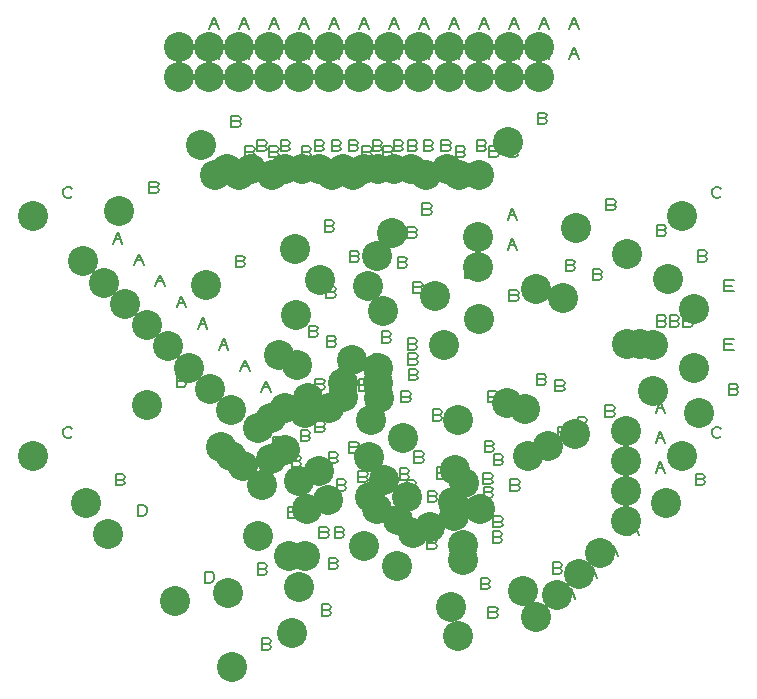
<source format=gbr>
%FSLAX25Y25*%
%MOIN*%
G04 EasyPC Gerber Version 18.0.8 Build 3632 *
%ADD11C,0.00500*%
%ADD10C,0.10000*%
X0Y0D02*
D02*
D10*
X13250Y81050D03*
Y161050D03*
X29901Y145799D03*
X30750Y65250D03*
X36972Y138728D03*
X38165Y55035D03*
X41950Y162750D03*
X44043Y131657D03*
X51115Y124585D03*
X51250Y98050D03*
X58185Y117515D03*
X60439Y32761D03*
X62050Y207450D03*
Y217450D03*
X65257Y110443D03*
X69350Y184650D03*
X70750Y138050D03*
X72050Y207450D03*
Y217450D03*
X72328Y103372D03*
X74050Y174550D03*
X76050Y84050D03*
X77950Y176550D03*
X78150Y35450D03*
X79350Y81050D03*
X79399Y96301D03*
X79488Y10512D03*
X82050Y174550D03*
Y207450D03*
Y217450D03*
X83350Y77550D03*
X85750Y176550D03*
X88150Y54350D03*
X88250Y90450D03*
X89550Y71450D03*
X92050Y207450D03*
Y217450D03*
X92550Y79950D03*
Y93650D03*
X92850Y174550D03*
X95150Y114750D03*
X97150Y176550D03*
X97350Y82950D03*
Y97050D03*
X98650Y47650D03*
X99550Y21850D03*
X100550Y149850D03*
X100950Y127850D03*
X101250Y111350D03*
X101750Y37350D03*
Y72550D03*
X102050Y207450D03*
Y217450D03*
X102850Y176550D03*
X103750Y95350D03*
X103850Y47650D03*
X104450Y63450D03*
X105050Y100250D03*
X108550Y176650D03*
X108650Y76050D03*
X108887Y139650D03*
X111650Y66250D03*
X111850Y96850D03*
X112050Y207450D03*
Y217450D03*
X113050Y174550D03*
X116450Y100750D03*
Y105350D03*
X116550Y176550D03*
X119550Y112850D03*
X120050Y174550D03*
X122050Y207450D03*
Y217450D03*
X123550Y50950D03*
Y176550D03*
X124750Y137750D03*
X125350Y80650D03*
X125550Y67150D03*
X126050Y92950D03*
X127850Y63250D03*
X128050Y147650D03*
X128150Y110450D03*
X128250Y176550D03*
X128350Y105450D03*
X128450Y100250D03*
X129950Y129350D03*
X130350Y72850D03*
X132050Y207450D03*
Y217450D03*
X133050Y155450D03*
X133450Y176550D03*
X134650Y44150D03*
X134750Y59650D03*
X136450Y86850D03*
X137850Y67450D03*
X139350Y176650D03*
X139850Y55150D03*
X142050Y207450D03*
Y217450D03*
X144250Y174550D03*
X145550Y57250D03*
X147150Y134450D03*
X150350Y117850D03*
X151250Y176550D03*
X152050Y207450D03*
Y217450D03*
X152450Y30550D03*
X153350Y65550D03*
X153450Y61050D03*
X153750Y76350D03*
X154950Y21050D03*
Y92950D03*
X155350Y174750D03*
X156450Y46150D03*
X156650Y51250D03*
X156850Y71950D03*
X161450Y143850D03*
Y153850D03*
X161750Y174550D03*
X161950Y126650D03*
X162050Y207450D03*
Y217450D03*
X162350Y63450D03*
X171250Y98650D03*
X171550Y185750D03*
X172050Y207450D03*
Y217450D03*
X176550Y35850D03*
X177350Y96550D03*
X178250Y81050D03*
X180850Y136750D03*
X180937Y27437D03*
X182050Y207450D03*
Y217450D03*
X184850Y84250D03*
X188008Y34508D03*
X189750Y133650D03*
X193950Y88150D03*
X194350Y156950D03*
X195079Y41579D03*
X202150Y48650D03*
X210750Y59450D03*
Y69450D03*
Y79450D03*
Y89450D03*
X211250Y118150D03*
Y148350D03*
X215550Y118150D03*
X219950Y102750D03*
X220050Y118050D03*
X224150Y65350D03*
X224750Y139850D03*
X229550Y81050D03*
Y161050D03*
X233650Y110350D03*
Y129950D03*
X235250Y95350D03*
D02*
D11*
X26375Y87613D02*
X26063Y87300D01*
X25437Y86987*
X24500*
X23875Y87300*
X23563Y87613*
X23250Y88237*
Y89487*
X23563Y90113*
X23875Y90425*
X24500Y90737*
X25437*
X26063Y90425*
X26375Y90113*
Y167613D02*
X26063Y167300D01*
X25437Y166987*
X24500*
X23875Y167300*
X23563Y167613*
X23250Y168237*
Y169487*
X23563Y170113*
X23875Y170425*
X24500Y170737*
X25437*
X26063Y170425*
X26375Y170113*
X39901Y151736D02*
X41464Y155486D01*
X43026Y151736*
X40526Y153299D02*
X42401D01*
X42937Y73063D02*
X43563Y72750D01*
X43875Y72125*
X43563Y71500*
X42937Y71187*
X40750*
Y74937*
X42937*
X43563Y74625*
X43875Y74000*
X43563Y73375*
X42937Y73063*
X40750*
X46972Y144665D02*
X48535Y148415D01*
X50098Y144665*
X47598Y146228D02*
X49472D01*
X48165Y60973D02*
Y64723D01*
X50040*
X50665Y64411*
X50977Y64098*
X51290Y63473*
Y62223*
X50977Y61598*
X50665Y61285*
X50040Y60973*
X48165*
X54137Y170563D02*
X54763Y170250D01*
X55075Y169625*
X54763Y169000*
X54137Y168687*
X51950*
Y172437*
X54137*
X54763Y172125*
X55075Y171500*
X54763Y170875*
X54137Y170563*
X51950*
X54043Y137594D02*
X55606Y141344D01*
X57169Y137594*
X54669Y139157D02*
X56543D01*
X61115Y130523D02*
X62677Y134273D01*
X64240Y130523*
X61740Y132085D02*
X63615D01*
X63437Y105863D02*
X64063Y105550D01*
X64375Y104925*
X64063Y104300*
X63437Y103987*
X61250*
Y107737*
X63437*
X64063Y107425*
X64375Y106800*
X64063Y106175*
X63437Y105863*
X61250*
X68185Y123452D02*
X69748Y127202D01*
X71311Y123452*
X68811Y125015D02*
X70685D01*
X70439Y38699D02*
Y42449D01*
X72314*
X72939Y42137*
X73251Y41824*
X73564Y41199*
Y39949*
X73251Y39324*
X72939Y39011*
X72314Y38699*
X70439*
X72050Y213387D02*
X73613Y217137D01*
X75175Y213387*
X72675Y214950D02*
X74550D01*
X72050Y223387D02*
X73613Y227137D01*
X75175Y223387*
X72675Y224950D02*
X74550D01*
X75257Y116381D02*
X76819Y120131D01*
X78382Y116381*
X75882Y117943D02*
X77757D01*
X81537Y192463D02*
X82163Y192150D01*
X82475Y191525*
X82163Y190900*
X81537Y190587*
X79350*
Y194337*
X81537*
X82163Y194025*
X82475Y193400*
X82163Y192775*
X81537Y192463*
X79350*
X82937Y145863D02*
X83563Y145550D01*
X83875Y144925*
X83563Y144300*
X82937Y143987*
X80750*
Y147737*
X82937*
X83563Y147425*
X83875Y146800*
X83563Y146175*
X82937Y145863*
X80750*
X82050Y213387D02*
X83613Y217137D01*
X85175Y213387*
X82675Y214950D02*
X84550D01*
X82050Y223387D02*
X83613Y227137D01*
X85175Y223387*
X82675Y224950D02*
X84550D01*
X82328Y109310D02*
X83890Y113060D01*
X85453Y109310*
X82953Y110872D02*
X84828D01*
X86237Y182363D02*
X86863Y182050D01*
X87175Y181425*
X86863Y180800*
X86237Y180487*
X84050*
Y184237*
X86237*
X86863Y183925*
X87175Y183300*
X86863Y182675*
X86237Y182363*
X84050*
X88237Y91863D02*
X88863Y91550D01*
X89175Y90925*
X88863Y90300*
X88237Y89987*
X86050*
Y93737*
X88237*
X88863Y93425*
X89175Y92800*
X88863Y92175*
X88237Y91863*
X86050*
X90137Y184363D02*
X90763Y184050D01*
X91075Y183425*
X90763Y182800*
X90137Y182487*
X87950*
Y186237*
X90137*
X90763Y185925*
X91075Y185300*
X90763Y184675*
X90137Y184363*
X87950*
X90337Y43263D02*
X90963Y42950D01*
X91275Y42325*
X90963Y41700*
X90337Y41387*
X88150*
Y45137*
X90337*
X90963Y44825*
X91275Y44200*
X90963Y43575*
X90337Y43263*
X88150*
X91537Y88863D02*
X92163Y88550D01*
X92475Y87925*
X92163Y87300*
X91537Y86987*
X89350*
Y90737*
X91537*
X92163Y90425*
X92475Y89800*
X92163Y89175*
X91537Y88863*
X89350*
X89399Y102239D02*
X90961Y105989D01*
X92524Y102239*
X90024Y103801D02*
X91899D01*
X91675Y18325D02*
X92300Y18012D01*
X92613Y17387*
X92300Y16762*
X91675Y16450*
X89488*
Y20200*
X91675*
X92300Y19887*
X92613Y19262*
X92300Y18637*
X91675Y18325*
X89488*
X94237Y182363D02*
X94863Y182050D01*
X95175Y181425*
X94863Y180800*
X94237Y180487*
X92050*
Y184237*
X94237*
X94863Y183925*
X95175Y183300*
X94863Y182675*
X94237Y182363*
X92050*
Y213387D02*
X93613Y217137D01*
X95175Y213387*
X92675Y214950D02*
X94550D01*
X92050Y223387D02*
X93613Y227137D01*
X95175Y223387*
X92675Y224950D02*
X94550D01*
X95537Y85363D02*
X96163Y85050D01*
X96475Y84425*
X96163Y83800*
X95537Y83487*
X93350*
Y87237*
X95537*
X96163Y86925*
X96475Y86300*
X96163Y85675*
X95537Y85363*
X93350*
X97937Y184363D02*
X98563Y184050D01*
X98875Y183425*
X98563Y182800*
X97937Y182487*
X95750*
Y186237*
X97937*
X98563Y185925*
X98875Y185300*
X98563Y184675*
X97937Y184363*
X95750*
X100337Y62163D02*
X100963Y61850D01*
X101275Y61225*
X100963Y60600*
X100337Y60287*
X98150*
Y64037*
X100337*
X100963Y63725*
X101275Y63100*
X100963Y62475*
X100337Y62163*
X98150*
X100437Y98263D02*
X101063Y97950D01*
X101375Y97325*
X101063Y96700*
X100437Y96387*
X98250*
Y100137*
X100437*
X101063Y99825*
X101375Y99200*
X101063Y98575*
X100437Y98263*
X98250*
X101737Y79263D02*
X102363Y78950D01*
X102675Y78325*
X102363Y77700*
X101737Y77387*
X99550*
Y81137*
X101737*
X102363Y80825*
X102675Y80200*
X102363Y79575*
X101737Y79263*
X99550*
X102050Y213387D02*
X103613Y217137D01*
X105175Y213387*
X102675Y214950D02*
X104550D01*
X102050Y223387D02*
X103613Y227137D01*
X105175Y223387*
X102675Y224950D02*
X104550D01*
X104737Y87763D02*
X105363Y87450D01*
X105675Y86825*
X105363Y86200*
X104737Y85887*
X102550*
Y89637*
X104737*
X105363Y89325*
X105675Y88700*
X105363Y88075*
X104737Y87763*
X102550*
X104737Y101463D02*
X105363Y101150D01*
X105675Y100525*
X105363Y99900*
X104737Y99587*
X102550*
Y103337*
X104737*
X105363Y103025*
X105675Y102400*
X105363Y101775*
X104737Y101463*
X102550*
X105037Y182363D02*
X105663Y182050D01*
X105975Y181425*
X105663Y180800*
X105037Y180487*
X102850*
Y184237*
X105037*
X105663Y183925*
X105975Y183300*
X105663Y182675*
X105037Y182363*
X102850*
X107337Y122563D02*
X107963Y122250D01*
X108275Y121625*
X107963Y121000*
X107337Y120687*
X105150*
Y124437*
X107337*
X107963Y124125*
X108275Y123500*
X107963Y122875*
X107337Y122563*
X105150*
X109337Y184363D02*
X109963Y184050D01*
X110275Y183425*
X109963Y182800*
X109337Y182487*
X107150*
Y186237*
X109337*
X109963Y185925*
X110275Y185300*
X109963Y184675*
X109337Y184363*
X107150*
X109537Y90763D02*
X110163Y90450D01*
X110475Y89825*
X110163Y89200*
X109537Y88887*
X107350*
Y92637*
X109537*
X110163Y92325*
X110475Y91700*
X110163Y91075*
X109537Y90763*
X107350*
X109537Y104863D02*
X110163Y104550D01*
X110475Y103925*
X110163Y103300*
X109537Y102987*
X107350*
Y106737*
X109537*
X110163Y106425*
X110475Y105800*
X110163Y105175*
X109537Y104863*
X107350*
X110837Y55463D02*
X111463Y55150D01*
X111775Y54525*
X111463Y53900*
X110837Y53587*
X108650*
Y57337*
X110837*
X111463Y57025*
X111775Y56400*
X111463Y55775*
X110837Y55463*
X108650*
X111737Y29663D02*
X112363Y29350D01*
X112675Y28725*
X112363Y28100*
X111737Y27787*
X109550*
Y31537*
X111737*
X112363Y31225*
X112675Y30600*
X112363Y29975*
X111737Y29663*
X109550*
X112737Y157663D02*
X113363Y157350D01*
X113675Y156725*
X113363Y156100*
X112737Y155787*
X110550*
Y159537*
X112737*
X113363Y159225*
X113675Y158600*
X113363Y157975*
X112737Y157663*
X110550*
X113137Y135663D02*
X113763Y135350D01*
X114075Y134725*
X113763Y134100*
X113137Y133787*
X110950*
Y137537*
X113137*
X113763Y137225*
X114075Y136600*
X113763Y135975*
X113137Y135663*
X110950*
X113437Y119163D02*
X114063Y118850D01*
X114375Y118225*
X114063Y117600*
X113437Y117287*
X111250*
Y121037*
X113437*
X114063Y120725*
X114375Y120100*
X114063Y119475*
X113437Y119163*
X111250*
X113937Y45163D02*
X114563Y44850D01*
X114875Y44225*
X114563Y43600*
X113937Y43287*
X111750*
Y47037*
X113937*
X114563Y46725*
X114875Y46100*
X114563Y45475*
X113937Y45163*
X111750*
X113937Y80363D02*
X114563Y80050D01*
X114875Y79425*
X114563Y78800*
X113937Y78487*
X111750*
Y82237*
X113937*
X114563Y81925*
X114875Y81300*
X114563Y80675*
X113937Y80363*
X111750*
X112050Y213387D02*
X113613Y217137D01*
X115175Y213387*
X112675Y214950D02*
X114550D01*
X112050Y223387D02*
X113613Y227137D01*
X115175Y223387*
X112675Y224950D02*
X114550D01*
X115037Y184363D02*
X115663Y184050D01*
X115975Y183425*
X115663Y182800*
X115037Y182487*
X112850*
Y186237*
X115037*
X115663Y185925*
X115975Y185300*
X115663Y184675*
X115037Y184363*
X112850*
X115937Y103163D02*
X116563Y102850D01*
X116875Y102225*
X116563Y101600*
X115937Y101287*
X113750*
Y105037*
X115937*
X116563Y104725*
X116875Y104100*
X116563Y103475*
X115937Y103163*
X113750*
X116037Y55463D02*
X116663Y55150D01*
X116975Y54525*
X116663Y53900*
X116037Y53587*
X113850*
Y57337*
X116037*
X116663Y57025*
X116975Y56400*
X116663Y55775*
X116037Y55463*
X113850*
X116637Y71263D02*
X117263Y70950D01*
X117575Y70325*
X117263Y69700*
X116637Y69387*
X114450*
Y73137*
X116637*
X117263Y72825*
X117575Y72200*
X117263Y71575*
X116637Y71263*
X114450*
X117237Y108063D02*
X117863Y107750D01*
X118175Y107125*
X117863Y106500*
X117237Y106187*
X115050*
Y109937*
X117237*
X117863Y109625*
X118175Y109000*
X117863Y108375*
X117237Y108063*
X115050*
X120737Y184463D02*
X121363Y184150D01*
X121675Y183525*
X121363Y182900*
X120737Y182587*
X118550*
Y186337*
X120737*
X121363Y186025*
X121675Y185400*
X121363Y184775*
X120737Y184463*
X118550*
X120837Y83863D02*
X121463Y83550D01*
X121775Y82925*
X121463Y82300*
X120837Y81987*
X118650*
Y85737*
X120837*
X121463Y85425*
X121775Y84800*
X121463Y84175*
X120837Y83863*
X118650*
X121074Y147463D02*
X121699Y147150D01*
X122012Y146525*
X121699Y145900*
X121074Y145587*
X118887*
Y149337*
X121074*
X121699Y149025*
X122012Y148400*
X121699Y147775*
X121074Y147463*
X118887*
X123837Y74063D02*
X124463Y73750D01*
X124775Y73125*
X124463Y72500*
X123837Y72187*
X121650*
Y75937*
X123837*
X124463Y75625*
X124775Y75000*
X124463Y74375*
X123837Y74063*
X121650*
X124037Y104663D02*
X124663Y104350D01*
X124975Y103725*
X124663Y103100*
X124037Y102787*
X121850*
Y106537*
X124037*
X124663Y106225*
X124975Y105600*
X124663Y104975*
X124037Y104663*
X121850*
X122050Y213387D02*
X123613Y217137D01*
X125175Y213387*
X122675Y214950D02*
X124550D01*
X122050Y223387D02*
X123613Y227137D01*
X125175Y223387*
X122675Y224950D02*
X124550D01*
X125237Y182363D02*
X125863Y182050D01*
X126175Y181425*
X125863Y180800*
X125237Y180487*
X123050*
Y184237*
X125237*
X125863Y183925*
X126175Y183300*
X125863Y182675*
X125237Y182363*
X123050*
X128637Y108563D02*
X129263Y108250D01*
X129575Y107625*
X129263Y107000*
X128637Y106687*
X126450*
Y110437*
X128637*
X129263Y110125*
X129575Y109500*
X129263Y108875*
X128637Y108563*
X126450*
X128637Y113163D02*
X129263Y112850D01*
X129575Y112225*
X129263Y111600*
X128637Y111287*
X126450*
Y115037*
X128637*
X129263Y114725*
X129575Y114100*
X129263Y113475*
X128637Y113163*
X126450*
X128737Y184363D02*
X129363Y184050D01*
X129675Y183425*
X129363Y182800*
X128737Y182487*
X126550*
Y186237*
X128737*
X129363Y185925*
X129675Y185300*
X129363Y184675*
X128737Y184363*
X126550*
X131737Y120663D02*
X132363Y120350D01*
X132675Y119725*
X132363Y119100*
X131737Y118787*
X129550*
Y122537*
X131737*
X132363Y122225*
X132675Y121600*
X132363Y120975*
X131737Y120663*
X129550*
X132237Y182363D02*
X132863Y182050D01*
X133175Y181425*
X132863Y180800*
X132237Y180487*
X130050*
Y184237*
X132237*
X132863Y183925*
X133175Y183300*
X132863Y182675*
X132237Y182363*
X130050*
X132050Y213387D02*
X133613Y217137D01*
X135175Y213387*
X132675Y214950D02*
X134550D01*
X132050Y223387D02*
X133613Y227137D01*
X135175Y223387*
X132675Y224950D02*
X134550D01*
X135737Y58763D02*
X136363Y58450D01*
X136675Y57825*
X136363Y57200*
X135737Y56887*
X133550*
Y60637*
X135737*
X136363Y60325*
X136675Y59700*
X136363Y59075*
X135737Y58763*
X133550*
X135737Y184363D02*
X136363Y184050D01*
X136675Y183425*
X136363Y182800*
X135737Y182487*
X133550*
Y186237*
X135737*
X136363Y185925*
X136675Y185300*
X136363Y184675*
X135737Y184363*
X133550*
X136937Y145563D02*
X137563Y145250D01*
X137875Y144625*
X137563Y144000*
X136937Y143687*
X134750*
Y147437*
X136937*
X137563Y147125*
X137875Y146500*
X137563Y145875*
X136937Y145563*
X134750*
X137537Y88463D02*
X138163Y88150D01*
X138475Y87525*
X138163Y86900*
X137537Y86587*
X135350*
Y90337*
X137537*
X138163Y90025*
X138475Y89400*
X138163Y88775*
X137537Y88463*
X135350*
X137737Y74963D02*
X138363Y74650D01*
X138675Y74025*
X138363Y73400*
X137737Y73087*
X135550*
Y76837*
X137737*
X138363Y76525*
X138675Y75900*
X138363Y75275*
X137737Y74963*
X135550*
X138237Y100763D02*
X138863Y100450D01*
X139175Y99825*
X138863Y99200*
X138237Y98887*
X136050*
Y102637*
X138237*
X138863Y102325*
X139175Y101700*
X138863Y101075*
X138237Y100763*
X136050*
X140037Y71063D02*
X140663Y70750D01*
X140975Y70125*
X140663Y69500*
X140037Y69187*
X137850*
Y72937*
X140037*
X140663Y72625*
X140975Y72000*
X140663Y71375*
X140037Y71063*
X137850*
X140237Y155463D02*
X140863Y155150D01*
X141175Y154525*
X140863Y153900*
X140237Y153587*
X138050*
Y157337*
X140237*
X140863Y157025*
X141175Y156400*
X140863Y155775*
X140237Y155463*
X138050*
X140337Y118263D02*
X140963Y117950D01*
X141275Y117325*
X140963Y116700*
X140337Y116387*
X138150*
Y120137*
X140337*
X140963Y119825*
X141275Y119200*
X140963Y118575*
X140337Y118263*
X138150*
X140437Y184363D02*
X141063Y184050D01*
X141375Y183425*
X141063Y182800*
X140437Y182487*
X138250*
Y186237*
X140437*
X141063Y185925*
X141375Y185300*
X141063Y184675*
X140437Y184363*
X138250*
X140537Y113263D02*
X141163Y112950D01*
X141475Y112325*
X141163Y111700*
X140537Y111387*
X138350*
Y115137*
X140537*
X141163Y114825*
X141475Y114200*
X141163Y113575*
X140537Y113263*
X138350*
X140637Y108063D02*
X141263Y107750D01*
X141575Y107125*
X141263Y106500*
X140637Y106187*
X138450*
Y109937*
X140637*
X141263Y109625*
X141575Y109000*
X141263Y108375*
X140637Y108063*
X138450*
X142137Y137163D02*
X142763Y136850D01*
X143075Y136225*
X142763Y135600*
X142137Y135287*
X139950*
Y139037*
X142137*
X142763Y138725*
X143075Y138100*
X142763Y137475*
X142137Y137163*
X139950*
X142537Y80663D02*
X143163Y80350D01*
X143475Y79725*
X143163Y79100*
X142537Y78787*
X140350*
Y82537*
X142537*
X143163Y82225*
X143475Y81600*
X143163Y80975*
X142537Y80663*
X140350*
X142050Y213387D02*
X143613Y217137D01*
X145175Y213387*
X142675Y214950D02*
X144550D01*
X142050Y223387D02*
X143613Y227137D01*
X145175Y223387*
X142675Y224950D02*
X144550D01*
X145237Y163263D02*
X145863Y162950D01*
X146175Y162325*
X145863Y161700*
X145237Y161387*
X143050*
Y165137*
X145237*
X145863Y164825*
X146175Y164200*
X145863Y163575*
X145237Y163263*
X143050*
X145637Y184363D02*
X146263Y184050D01*
X146575Y183425*
X146263Y182800*
X145637Y182487*
X143450*
Y186237*
X145637*
X146263Y185925*
X146575Y185300*
X146263Y184675*
X145637Y184363*
X143450*
X146837Y51963D02*
X147463Y51650D01*
X147775Y51025*
X147463Y50400*
X146837Y50087*
X144650*
Y53837*
X146837*
X147463Y53525*
X147775Y52900*
X147463Y52275*
X146837Y51963*
X144650*
X146937Y67463D02*
X147563Y67150D01*
X147875Y66525*
X147563Y65900*
X146937Y65587*
X144750*
Y69337*
X146937*
X147563Y69025*
X147875Y68400*
X147563Y67775*
X146937Y67463*
X144750*
X148637Y94663D02*
X149263Y94350D01*
X149575Y93725*
X149263Y93100*
X148637Y92787*
X146450*
Y96537*
X148637*
X149263Y96225*
X149575Y95600*
X149263Y94975*
X148637Y94663*
X146450*
X150037Y75263D02*
X150663Y74950D01*
X150975Y74325*
X150663Y73700*
X150037Y73387*
X147850*
Y77137*
X150037*
X150663Y76825*
X150975Y76200*
X150663Y75575*
X150037Y75263*
X147850*
X151537Y184463D02*
X152163Y184150D01*
X152475Y183525*
X152163Y182900*
X151537Y182587*
X149350*
Y186337*
X151537*
X152163Y186025*
X152475Y185400*
X152163Y184775*
X151537Y184463*
X149350*
X152037Y62963D02*
X152663Y62650D01*
X152975Y62025*
X152663Y61400*
X152037Y61087*
X149850*
Y64837*
X152037*
X152663Y64525*
X152975Y63900*
X152663Y63275*
X152037Y62963*
X149850*
X152050Y213387D02*
X153613Y217137D01*
X155175Y213387*
X152675Y214950D02*
X154550D01*
X152050Y223387D02*
X153613Y227137D01*
X155175Y223387*
X152675Y224950D02*
X154550D01*
X156437Y182363D02*
X157063Y182050D01*
X157375Y181425*
X157063Y180800*
X156437Y180487*
X154250*
Y184237*
X156437*
X157063Y183925*
X157375Y183300*
X157063Y182675*
X156437Y182363*
X154250*
X157737Y65063D02*
X158363Y64750D01*
X158675Y64125*
X158363Y63500*
X157737Y63187*
X155550*
Y66937*
X157737*
X158363Y66625*
X158675Y66000*
X158363Y65375*
X157737Y65063*
X155550*
X159337Y142263D02*
X159963Y141950D01*
X160275Y141325*
X159963Y140700*
X159337Y140387*
X157150*
Y144137*
X159337*
X159963Y143825*
X160275Y143200*
X159963Y142575*
X159337Y142263*
X157150*
X162537Y125663D02*
X163163Y125350D01*
X163475Y124725*
X163163Y124100*
X162537Y123787*
X160350*
Y127537*
X162537*
X163163Y127225*
X163475Y126600*
X163163Y125975*
X162537Y125663*
X160350*
X163437Y184363D02*
X164063Y184050D01*
X164375Y183425*
X164063Y182800*
X163437Y182487*
X161250*
Y186237*
X163437*
X164063Y185925*
X164375Y185300*
X164063Y184675*
X163437Y184363*
X161250*
X162050Y213387D02*
X163613Y217137D01*
X165175Y213387*
X162675Y214950D02*
X164550D01*
X162050Y223387D02*
X163613Y227137D01*
X165175Y223387*
X162675Y224950D02*
X164550D01*
X164637Y38363D02*
X165263Y38050D01*
X165575Y37425*
X165263Y36800*
X164637Y36487*
X162450*
Y40237*
X164637*
X165263Y39925*
X165575Y39300*
X165263Y38675*
X164637Y38363*
X162450*
X165537Y73363D02*
X166163Y73050D01*
X166475Y72425*
X166163Y71800*
X165537Y71487*
X163350*
Y75237*
X165537*
X166163Y74925*
X166475Y74300*
X166163Y73675*
X165537Y73363*
X163350*
X165637Y68863D02*
X166263Y68550D01*
X166575Y67925*
X166263Y67300*
X165637Y66987*
X163450*
Y70737*
X165637*
X166263Y70425*
X166575Y69800*
X166263Y69175*
X165637Y68863*
X163450*
X165937Y84163D02*
X166563Y83850D01*
X166875Y83225*
X166563Y82600*
X165937Y82287*
X163750*
Y86037*
X165937*
X166563Y85725*
X166875Y85100*
X166563Y84475*
X165937Y84163*
X163750*
X167137Y28863D02*
X167763Y28550D01*
X168075Y27925*
X167763Y27300*
X167137Y26987*
X164950*
Y30737*
X167137*
X167763Y30425*
X168075Y29800*
X167763Y29175*
X167137Y28863*
X164950*
X167137Y100763D02*
X167763Y100450D01*
X168075Y99825*
X167763Y99200*
X167137Y98887*
X164950*
Y102637*
X167137*
X167763Y102325*
X168075Y101700*
X167763Y101075*
X167137Y100763*
X164950*
X167537Y182563D02*
X168163Y182250D01*
X168475Y181625*
X168163Y181000*
X167537Y180687*
X165350*
Y184437*
X167537*
X168163Y184125*
X168475Y183500*
X168163Y182875*
X167537Y182563*
X165350*
X168637Y53963D02*
X169263Y53650D01*
X169575Y53025*
X169263Y52400*
X168637Y52087*
X166450*
Y55837*
X168637*
X169263Y55525*
X169575Y54900*
X169263Y54275*
X168637Y53963*
X166450*
X168837Y59063D02*
X169463Y58750D01*
X169775Y58125*
X169463Y57500*
X168837Y57187*
X166650*
Y60937*
X168837*
X169463Y60625*
X169775Y60000*
X169463Y59375*
X168837Y59063*
X166650*
X169037Y79763D02*
X169663Y79450D01*
X169975Y78825*
X169663Y78200*
X169037Y77887*
X166850*
Y81637*
X169037*
X169663Y81325*
X169975Y80700*
X169663Y80075*
X169037Y79763*
X166850*
X171450Y149787D02*
X173013Y153537D01*
X174575Y149787*
X172075Y151350D02*
X173950D01*
X171450Y159787D02*
X173013Y163537D01*
X174575Y159787*
X172075Y161350D02*
X173950D01*
X173937Y182363D02*
X174563Y182050D01*
X174875Y181425*
X174563Y180800*
X173937Y180487*
X171750*
Y184237*
X173937*
X174563Y183925*
X174875Y183300*
X174563Y182675*
X173937Y182363*
X171750*
X174137Y134463D02*
X174763Y134150D01*
X175075Y133525*
X174763Y132900*
X174137Y132587*
X171950*
Y136337*
X174137*
X174763Y136025*
X175075Y135400*
X174763Y134775*
X174137Y134463*
X171950*
X172050Y213387D02*
X173613Y217137D01*
X175175Y213387*
X172675Y214950D02*
X174550D01*
X172050Y223387D02*
X173613Y227137D01*
X175175Y223387*
X172675Y224950D02*
X174550D01*
X174537Y71263D02*
X175163Y70950D01*
X175475Y70325*
X175163Y69700*
X174537Y69387*
X172350*
Y73137*
X174537*
X175163Y72825*
X175475Y72200*
X175163Y71575*
X174537Y71263*
X172350*
X183437Y106463D02*
X184063Y106150D01*
X184375Y105525*
X184063Y104900*
X183437Y104587*
X181250*
Y108337*
X183437*
X184063Y108025*
X184375Y107400*
X184063Y106775*
X183437Y106463*
X181250*
X183737Y193563D02*
X184363Y193250D01*
X184675Y192625*
X184363Y192000*
X183737Y191687*
X181550*
Y195437*
X183737*
X184363Y195125*
X184675Y194500*
X184363Y193875*
X183737Y193563*
X181550*
X182050Y213387D02*
X183613Y217137D01*
X185175Y213387*
X182675Y214950D02*
X184550D01*
X182050Y223387D02*
X183613Y227137D01*
X185175Y223387*
X182675Y224950D02*
X184550D01*
X188737Y43663D02*
X189363Y43350D01*
X189675Y42725*
X189363Y42100*
X188737Y41787*
X186550*
Y45537*
X188737*
X189363Y45225*
X189675Y44600*
X189363Y43975*
X188737Y43663*
X186550*
X189537Y104363D02*
X190163Y104050D01*
X190475Y103425*
X190163Y102800*
X189537Y102487*
X187350*
Y106237*
X189537*
X190163Y105925*
X190475Y105300*
X190163Y104675*
X189537Y104363*
X187350*
X190437Y88863D02*
X191063Y88550D01*
X191375Y87925*
X191063Y87300*
X190437Y86987*
X188250*
Y90737*
X190437*
X191063Y90425*
X191375Y89800*
X191063Y89175*
X190437Y88863*
X188250*
X193037Y144563D02*
X193663Y144250D01*
X193975Y143625*
X193663Y143000*
X193037Y142687*
X190850*
Y146437*
X193037*
X193663Y146125*
X193975Y145500*
X193663Y144875*
X193037Y144563*
X190850*
X190937Y33374D02*
X192499Y37124D01*
X194062Y33374*
X191562Y34937D02*
X193437D01*
X192050Y213387D02*
X193613Y217137D01*
X195175Y213387*
X192675Y214950D02*
X194550D01*
X192050Y223387D02*
X193613Y227137D01*
X195175Y223387*
X192675Y224950D02*
X194550D01*
X197037Y92063D02*
X197663Y91750D01*
X197975Y91125*
X197663Y90500*
X197037Y90187*
X194850*
Y93937*
X197037*
X197663Y93625*
X197975Y93000*
X197663Y92375*
X197037Y92063*
X194850*
X198008Y40445D02*
X199570Y44195D01*
X201133Y40445*
X198633Y42008D02*
X200508D01*
X201937Y141463D02*
X202563Y141150D01*
X202875Y140525*
X202563Y139900*
X201937Y139587*
X199750*
Y143337*
X201937*
X202563Y143025*
X202875Y142400*
X202563Y141775*
X201937Y141463*
X199750*
X206137Y95963D02*
X206763Y95650D01*
X207075Y95025*
X206763Y94400*
X206137Y94087*
X203950*
Y97837*
X206137*
X206763Y97525*
X207075Y96900*
X206763Y96275*
X206137Y95963*
X203950*
X206537Y164763D02*
X207163Y164450D01*
X207475Y163825*
X207163Y163200*
X206537Y162887*
X204350*
Y166637*
X206537*
X207163Y166325*
X207475Y165700*
X207163Y165075*
X206537Y164763*
X204350*
X205079Y47516D02*
X206641Y51266D01*
X208204Y47516*
X205704Y49079D02*
X207579D01*
X212150Y54587D02*
X213713Y58337D01*
X215275Y54587*
X212775Y56150D02*
X214650D01*
X220750Y65387D02*
X222313Y69137D01*
X223875Y65387*
X221375Y66950D02*
X223250D01*
X220750Y75387D02*
X222313Y79137D01*
X223875Y75387*
X221375Y76950D02*
X223250D01*
X220750Y85387D02*
X222313Y89137D01*
X223875Y85387*
X221375Y86950D02*
X223250D01*
X220750Y95387D02*
X222313Y99137D01*
X223875Y95387*
X221375Y96950D02*
X223250D01*
X223437Y125963D02*
X224063Y125650D01*
X224375Y125025*
X224063Y124400*
X223437Y124087*
X221250*
Y127837*
X223437*
X224063Y127525*
X224375Y126900*
X224063Y126275*
X223437Y125963*
X221250*
X223437Y156163D02*
X224063Y155850D01*
X224375Y155225*
X224063Y154600*
X223437Y154287*
X221250*
Y158037*
X223437*
X224063Y157725*
X224375Y157100*
X224063Y156475*
X223437Y156163*
X221250*
X227737Y125963D02*
X228363Y125650D01*
X228675Y125025*
X228363Y124400*
X227737Y124087*
X225550*
Y127837*
X227737*
X228363Y127525*
X228675Y126900*
X228363Y126275*
X227737Y125963*
X225550*
X232137Y110563D02*
X232763Y110250D01*
X233075Y109625*
X232763Y109000*
X232137Y108687*
X229950*
Y112437*
X232137*
X232763Y112125*
X233075Y111500*
X232763Y110875*
X232137Y110563*
X229950*
X232237Y125863D02*
X232863Y125550D01*
X233175Y124925*
X232863Y124300*
X232237Y123987*
X230050*
Y127737*
X232237*
X232863Y127425*
X233175Y126800*
X232863Y126175*
X232237Y125863*
X230050*
X236337Y73163D02*
X236963Y72850D01*
X237275Y72225*
X236963Y71600*
X236337Y71287*
X234150*
Y75037*
X236337*
X236963Y74725*
X237275Y74100*
X236963Y73475*
X236337Y73163*
X234150*
X236937Y147663D02*
X237563Y147350D01*
X237875Y146725*
X237563Y146100*
X236937Y145787*
X234750*
Y149537*
X236937*
X237563Y149225*
X237875Y148600*
X237563Y147975*
X236937Y147663*
X234750*
X242675Y87613D02*
X242363Y87300D01*
X241737Y86987*
X240800*
X240175Y87300*
X239863Y87613*
X239550Y88237*
Y89487*
X239863Y90113*
X240175Y90425*
X240800Y90737*
X241737*
X242363Y90425*
X242675Y90113*
Y167613D02*
X242363Y167300D01*
X241737Y166987*
X240800*
X240175Y167300*
X239863Y167613*
X239550Y168237*
Y169487*
X239863Y170113*
X240175Y170425*
X240800Y170737*
X241737*
X242363Y170425*
X242675Y170113*
X243650Y116287D02*
Y120037D01*
X246775*
X246150Y118163D02*
X243650D01*
Y116287D02*
X246775D01*
X243650Y135887D02*
Y139637D01*
X246775*
X246150Y137763D02*
X243650D01*
Y135887D02*
X246775D01*
X247437Y103163D02*
X248063Y102850D01*
X248375Y102225*
X248063Y101600*
X247437Y101287*
X245250*
Y105037*
X247437*
X248063Y104725*
X248375Y104100*
X248063Y103475*
X247437Y103163*
X245250*
X0Y0D02*
M02*

</source>
